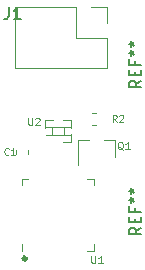
<source format=gto>
G04 #@! TF.GenerationSoftware,KiCad,Pcbnew,(5.1.0)-1*
G04 #@! TF.CreationDate,2020-11-19T10:17:46+01:00*
G04 #@! TF.ProjectId,PCB_optical_sensors_2_PMW,5043425f-6f70-4746-9963-616c5f73656e,rev?*
G04 #@! TF.SameCoordinates,Original*
G04 #@! TF.FileFunction,Legend,Top*
G04 #@! TF.FilePolarity,Positive*
%FSLAX46Y46*%
G04 Gerber Fmt 4.6, Leading zero omitted, Abs format (unit mm)*
G04 Created by KiCad (PCBNEW (5.1.0)-1) date 2020-11-19 10:17:46*
%MOMM*%
%LPD*%
G04 APERTURE LIST*
%ADD10C,0.120000*%
%ADD11C,0.001000*%
%ADD12C,0.300000*%
%ADD13C,0.150000*%
%ADD14C,0.100000*%
G04 APERTURE END LIST*
D10*
X164742000Y-74610000D02*
X165438000Y-74610000D01*
X165438000Y-73914000D02*
X165438000Y-74610000D01*
X165438000Y-72710000D02*
X164742000Y-72710000D01*
X165438000Y-72710000D02*
X165438000Y-73406000D01*
X163934000Y-72710000D02*
X163238000Y-72710000D01*
D11*
X163838000Y-74010000D02*
X163838000Y-73310000D01*
X164838000Y-74010000D02*
X164838000Y-73310000D01*
D10*
X163238000Y-72710000D02*
X163238000Y-73406000D01*
D11*
X163338000Y-73310000D02*
X165338000Y-73310000D01*
X163338000Y-74010000D02*
X165338000Y-74010000D01*
D10*
X161800000Y-75266733D02*
X161800000Y-75609267D01*
X160780000Y-75266733D02*
X160780000Y-75609267D01*
X160722000Y-63186000D02*
X160722000Y-68386000D01*
X165862000Y-63186000D02*
X160722000Y-63186000D01*
X168462000Y-68386000D02*
X160722000Y-68386000D01*
X165862000Y-63186000D02*
X165862000Y-65786000D01*
X165862000Y-65786000D02*
X168462000Y-65786000D01*
X168462000Y-65786000D02*
X168462000Y-68386000D01*
X167132000Y-63186000D02*
X168462000Y-63186000D01*
X168462000Y-63186000D02*
X168462000Y-64516000D01*
X169220000Y-74440000D02*
X169220000Y-75900000D01*
X166060000Y-74440000D02*
X166060000Y-76600000D01*
X166060000Y-74440000D02*
X166990000Y-74440000D01*
X169220000Y-74440000D02*
X168290000Y-74440000D01*
X167223221Y-73154000D02*
X167548779Y-73154000D01*
X167223221Y-72134000D02*
X167548779Y-72134000D01*
D12*
X161688000Y-84472000D02*
G75*
G03X161688000Y-84472000I-150000J0D01*
G01*
D10*
X161278000Y-83832000D02*
X161278000Y-83282000D01*
X167398000Y-83282000D02*
X167398000Y-83832000D01*
X167398000Y-83832000D02*
X166848000Y-83832000D01*
X161278000Y-78262000D02*
X161278000Y-77712000D01*
X161278000Y-77712000D02*
X161828000Y-77712000D01*
X166848000Y-77712000D02*
X167398000Y-77712000D01*
X167398000Y-77712000D02*
X167398000Y-78262000D01*
D13*
X171394380Y-81851333D02*
X170918190Y-82184666D01*
X171394380Y-82422761D02*
X170394380Y-82422761D01*
X170394380Y-82041809D01*
X170442000Y-81946571D01*
X170489619Y-81898952D01*
X170584857Y-81851333D01*
X170727714Y-81851333D01*
X170822952Y-81898952D01*
X170870571Y-81946571D01*
X170918190Y-82041809D01*
X170918190Y-82422761D01*
X170870571Y-81422761D02*
X170870571Y-81089428D01*
X171394380Y-80946571D02*
X171394380Y-81422761D01*
X170394380Y-81422761D01*
X170394380Y-80946571D01*
X170870571Y-80184666D02*
X170870571Y-80518000D01*
X171394380Y-80518000D02*
X170394380Y-80518000D01*
X170394380Y-80041809D01*
X170394380Y-79518000D02*
X170632476Y-79518000D01*
X170537238Y-79756095D02*
X170632476Y-79518000D01*
X170537238Y-79279904D01*
X170822952Y-79660857D02*
X170632476Y-79518000D01*
X170822952Y-79375142D01*
X170394380Y-78756095D02*
X170632476Y-78756095D01*
X170537238Y-78994190D02*
X170632476Y-78756095D01*
X170537238Y-78518000D01*
X170822952Y-78898952D02*
X170632476Y-78756095D01*
X170822952Y-78613238D01*
X171394380Y-69405333D02*
X170918190Y-69738666D01*
X171394380Y-69976761D02*
X170394380Y-69976761D01*
X170394380Y-69595809D01*
X170442000Y-69500571D01*
X170489619Y-69452952D01*
X170584857Y-69405333D01*
X170727714Y-69405333D01*
X170822952Y-69452952D01*
X170870571Y-69500571D01*
X170918190Y-69595809D01*
X170918190Y-69976761D01*
X170870571Y-68976761D02*
X170870571Y-68643428D01*
X171394380Y-68500571D02*
X171394380Y-68976761D01*
X170394380Y-68976761D01*
X170394380Y-68500571D01*
X170870571Y-67738666D02*
X170870571Y-68072000D01*
X171394380Y-68072000D02*
X170394380Y-68072000D01*
X170394380Y-67595809D01*
X170394380Y-67072000D02*
X170632476Y-67072000D01*
X170537238Y-67310095D02*
X170632476Y-67072000D01*
X170537238Y-66833904D01*
X170822952Y-67214857D02*
X170632476Y-67072000D01*
X170822952Y-66929142D01*
X170394380Y-66310095D02*
X170632476Y-66310095D01*
X170537238Y-66548190D02*
X170632476Y-66310095D01*
X170537238Y-66072000D01*
X170822952Y-66452952D02*
X170632476Y-66310095D01*
X170822952Y-66167238D01*
D14*
X161848857Y-72569428D02*
X161848857Y-73055142D01*
X161877428Y-73112285D01*
X161906000Y-73140857D01*
X161963142Y-73169428D01*
X162077428Y-73169428D01*
X162134571Y-73140857D01*
X162163142Y-73112285D01*
X162191714Y-73055142D01*
X162191714Y-72569428D01*
X162448857Y-72626571D02*
X162477428Y-72598000D01*
X162534571Y-72569428D01*
X162677428Y-72569428D01*
X162734571Y-72598000D01*
X162763142Y-72626571D01*
X162791714Y-72683714D01*
X162791714Y-72740857D01*
X162763142Y-72826571D01*
X162420285Y-73169428D01*
X162791714Y-73169428D01*
X160174000Y-75652285D02*
X160145428Y-75680857D01*
X160059714Y-75709428D01*
X160002571Y-75709428D01*
X159916857Y-75680857D01*
X159859714Y-75623714D01*
X159831142Y-75566571D01*
X159802571Y-75452285D01*
X159802571Y-75366571D01*
X159831142Y-75252285D01*
X159859714Y-75195142D01*
X159916857Y-75138000D01*
X160002571Y-75109428D01*
X160059714Y-75109428D01*
X160145428Y-75138000D01*
X160174000Y-75166571D01*
X160745428Y-75709428D02*
X160402571Y-75709428D01*
X160574000Y-75709428D02*
X160574000Y-75109428D01*
X160516857Y-75195142D01*
X160459714Y-75252285D01*
X160402571Y-75280857D01*
D13*
X160194666Y-63206380D02*
X160194666Y-63920666D01*
X160147047Y-64063523D01*
X160051809Y-64158761D01*
X159908952Y-64206380D01*
X159813714Y-64206380D01*
X161194666Y-64206380D02*
X160623238Y-64206380D01*
X160908952Y-64206380D02*
X160908952Y-63206380D01*
X160813714Y-63349238D01*
X160718476Y-63444476D01*
X160623238Y-63492095D01*
D14*
X169868857Y-75258571D02*
X169811714Y-75230000D01*
X169754571Y-75172857D01*
X169668857Y-75087142D01*
X169611714Y-75058571D01*
X169554571Y-75058571D01*
X169583142Y-75201428D02*
X169526000Y-75172857D01*
X169468857Y-75115714D01*
X169440285Y-75001428D01*
X169440285Y-74801428D01*
X169468857Y-74687142D01*
X169526000Y-74630000D01*
X169583142Y-74601428D01*
X169697428Y-74601428D01*
X169754571Y-74630000D01*
X169811714Y-74687142D01*
X169840285Y-74801428D01*
X169840285Y-75001428D01*
X169811714Y-75115714D01*
X169754571Y-75172857D01*
X169697428Y-75201428D01*
X169583142Y-75201428D01*
X170411714Y-75201428D02*
X170068857Y-75201428D01*
X170240285Y-75201428D02*
X170240285Y-74601428D01*
X170183142Y-74687142D01*
X170126000Y-74744285D01*
X170068857Y-74772857D01*
X169318000Y-72915428D02*
X169118000Y-72629714D01*
X168975142Y-72915428D02*
X168975142Y-72315428D01*
X169203714Y-72315428D01*
X169260857Y-72344000D01*
X169289428Y-72372571D01*
X169318000Y-72429714D01*
X169318000Y-72515428D01*
X169289428Y-72572571D01*
X169260857Y-72601142D01*
X169203714Y-72629714D01*
X168975142Y-72629714D01*
X169546571Y-72372571D02*
X169575142Y-72344000D01*
X169632285Y-72315428D01*
X169775142Y-72315428D01*
X169832285Y-72344000D01*
X169860857Y-72372571D01*
X169889428Y-72429714D01*
X169889428Y-72486857D01*
X169860857Y-72572571D01*
X169518000Y-72915428D01*
X169889428Y-72915428D01*
X167182857Y-84253428D02*
X167182857Y-84739142D01*
X167211428Y-84796285D01*
X167240000Y-84824857D01*
X167297142Y-84853428D01*
X167411428Y-84853428D01*
X167468571Y-84824857D01*
X167497142Y-84796285D01*
X167525714Y-84739142D01*
X167525714Y-84253428D01*
X168125714Y-84853428D02*
X167782857Y-84853428D01*
X167954285Y-84853428D02*
X167954285Y-84253428D01*
X167897142Y-84339142D01*
X167840000Y-84396285D01*
X167782857Y-84424857D01*
M02*

</source>
